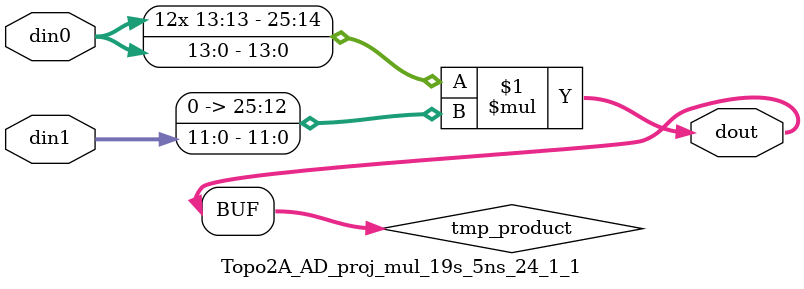
<source format=v>

`timescale 1 ns / 1 ps

 (* use_dsp = "no" *)  module Topo2A_AD_proj_mul_19s_5ns_24_1_1(din0, din1, dout);
parameter ID = 1;
parameter NUM_STAGE = 0;
parameter din0_WIDTH = 14;
parameter din1_WIDTH = 12;
parameter dout_WIDTH = 26;

input [din0_WIDTH - 1 : 0] din0; 
input [din1_WIDTH - 1 : 0] din1; 
output [dout_WIDTH - 1 : 0] dout;

wire signed [dout_WIDTH - 1 : 0] tmp_product;


























assign tmp_product = $signed(din0) * $signed({1'b0, din1});









assign dout = tmp_product;





















endmodule

</source>
